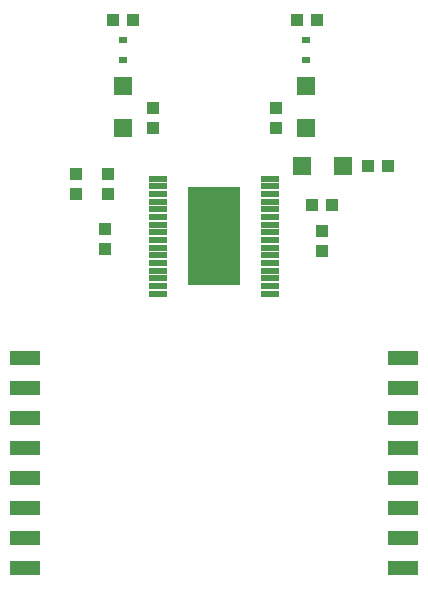
<source format=gtp>
G04 EAGLE Gerber RS-274X export*
G75*
%MOMM*%
%FSLAX34Y34*%
%LPD*%
%INSolderpaste Top*%
%IPPOS*%
%AMOC8*
5,1,8,0,0,1.08239X$1,22.5*%
G01*
%ADD10R,1.000000X1.100000*%
%ADD11R,1.100000X1.000000*%
%ADD12R,0.800000X0.600000*%
%ADD13R,1.500000X1.500000*%
%ADD14R,1.602800X0.475200*%
%ADD15R,4.445000X8.382000*%
%ADD16R,2.540000X1.270000*%


D10*
X196730Y376250D03*
X196730Y393250D03*
X194190Y346260D03*
X194190Y329260D03*
D11*
X218200Y523500D03*
X201200Y523500D03*
D10*
X378340Y344990D03*
X378340Y327990D03*
D11*
X369840Y366970D03*
X386840Y366970D03*
X356600Y523500D03*
X373600Y523500D03*
D12*
X209430Y506280D03*
X209430Y489280D03*
X364370Y506280D03*
X364370Y489280D03*
D13*
X364370Y467020D03*
X364370Y432020D03*
X209430Y467020D03*
X209430Y432020D03*
X360840Y399990D03*
X395840Y399990D03*
D10*
X416830Y399990D03*
X433830Y399990D03*
D11*
X234830Y449130D03*
X234830Y432130D03*
X170060Y393250D03*
X170060Y376250D03*
X338970Y449130D03*
X338970Y432130D03*
D14*
X239355Y389050D03*
X239355Y382550D03*
X239355Y376050D03*
X239355Y369550D03*
X239355Y363050D03*
X239355Y356550D03*
X239355Y350050D03*
X239355Y343550D03*
X239355Y337050D03*
X239355Y330550D03*
X239355Y324050D03*
X239355Y317550D03*
X239355Y311050D03*
X239355Y304550D03*
X239355Y298050D03*
X239355Y291550D03*
X334445Y291550D03*
X334445Y298050D03*
X334445Y304550D03*
X334445Y311050D03*
X334445Y317550D03*
X334445Y324050D03*
X334445Y330550D03*
X334445Y337050D03*
X334445Y343550D03*
X334445Y350050D03*
X334445Y356550D03*
X334445Y363050D03*
X334445Y369550D03*
X334445Y376050D03*
X334445Y382550D03*
X334445Y389050D03*
D15*
X286900Y340300D03*
D16*
X126880Y58910D03*
X126880Y135110D03*
X126880Y160510D03*
X126880Y84310D03*
X126880Y109710D03*
X126880Y185910D03*
X126880Y211310D03*
X126880Y236710D03*
X446880Y58910D03*
X446880Y84310D03*
X446880Y109710D03*
X446880Y135110D03*
X446880Y160510D03*
X446880Y185910D03*
X446880Y211310D03*
X446880Y236710D03*
M02*

</source>
